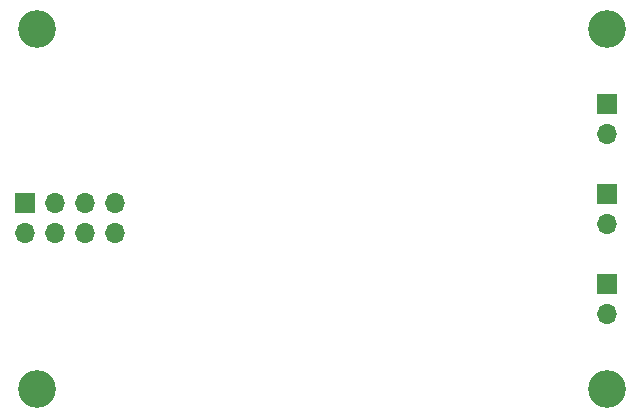
<source format=gbr>
%TF.GenerationSoftware,KiCad,Pcbnew,5.99.0-unknown-1463dd1~101~ubuntu20.04.1*%
%TF.CreationDate,2020-07-08T00:12:40-04:00*%
%TF.ProjectId,Metal Detector,4d657461-6c20-4446-9574-6563746f722e,rev?*%
%TF.SameCoordinates,Original*%
%TF.FileFunction,Soldermask,Bot*%
%TF.FilePolarity,Negative*%
%FSLAX46Y46*%
G04 Gerber Fmt 4.6, Leading zero omitted, Abs format (unit mm)*
G04 Created by KiCad (PCBNEW 5.99.0-unknown-1463dd1~101~ubuntu20.04.1) date 2020-07-08 00:12:40*
%MOMM*%
%LPD*%
G01*
G04 APERTURE LIST*
%ADD10C,3.200000*%
%ADD11O,1.700000X1.700000*%
%ADD12R,1.700000X1.700000*%
G04 APERTURE END LIST*
D10*
%TO.C,H4*%
X180340000Y-86360000D03*
%TD*%
%TO.C,H3*%
X228600000Y-86360000D03*
%TD*%
%TO.C,H2*%
X228600000Y-116840000D03*
%TD*%
%TO.C,H1*%
X180340000Y-116840000D03*
%TD*%
D11*
%TO.C,J1*%
X186944000Y-103632000D03*
X186944000Y-101092000D03*
X184404000Y-103632000D03*
X184404000Y-101092000D03*
X181864000Y-103632000D03*
X181864000Y-101092000D03*
X179324000Y-103632000D03*
D12*
X179324000Y-101092000D03*
%TD*%
D11*
%TO.C,coil2*%
X228600000Y-110490000D03*
D12*
X228600000Y-107950000D03*
%TD*%
D11*
%TO.C,coil3*%
X228600000Y-95250000D03*
D12*
X228600000Y-92710000D03*
%TD*%
D11*
%TO.C,coil1*%
X228600000Y-102870000D03*
D12*
X228600000Y-100330000D03*
%TD*%
M02*

</source>
